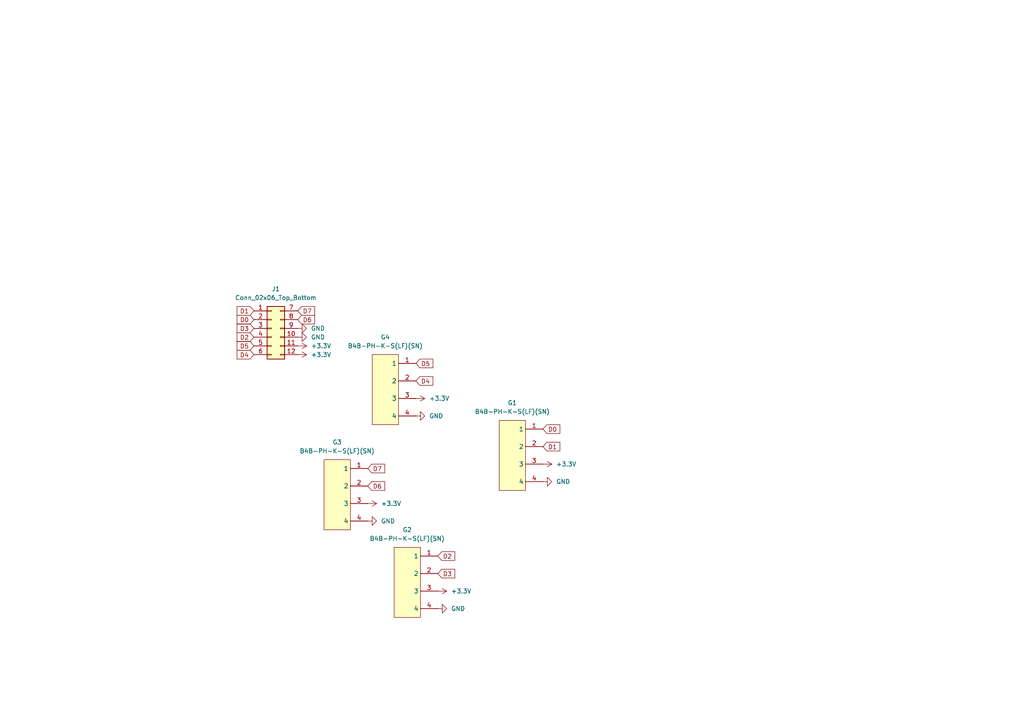
<source format=kicad_sch>
(kicad_sch (version 20250114) (generator "eeschema") (generator_version "9.0")
  (paper "A4")
  (lib_symbols
    (symbol "Connector_Generic:Conn_02x06_Top_Bottom" (pin_names (offset 1.016) (hide yes))
      (property "Reference" "J" (at 1.27 7.62 0))
      (property "Value" "Conn_02x06_Top_Bottom" (at 1.27 -10.16 0))
      (symbol "Conn_02x06_Top_Bottom_1_1"
        (rectangle (start -1.27 6.35) (end 3.81 -8.89) (stroke (width 0.254)) (fill (type background)))
        (rectangle (start -1.27 5.207) (end 0 4.953) (stroke (width 0.1524)))
        (rectangle (start -1.27 2.667) (end 0 2.413) (stroke (width 0.1524)))
        (rectangle (start -1.27 0.127) (end 0 -0.127) (stroke (width 0.1524)))
        (rectangle (start -1.27 -2.413) (end 0 -2.667) (stroke (width 0.1524)))
        (rectangle (start -1.27 -4.953) (end 0 -5.207) (stroke (width 0.1524)))
        (rectangle (start -1.27 -7.493) (end 0 -7.747) (stroke (width 0.1524)))
        (rectangle (start 3.81 5.207) (end 2.54 4.953) (stroke (width 0.1524)))
        (rectangle (start 3.81 2.667) (end 2.54 2.413) (stroke (width 0.1524)))
        (rectangle (start 3.81 0.127) (end 2.54 -0.127) (stroke (width 0.1524)))
        (rectangle (start 3.81 -2.413) (end 2.54 -2.667) (stroke (width 0.1524)))
        (rectangle (start 3.81 -4.953) (end 2.54 -5.207) (stroke (width 0.1524)))
        (rectangle (start 3.81 -7.493) (end 2.54 -7.747) (stroke (width 0.1524)))
        (pin passive line (at -5.08 5.08 0) (length 3.81) (name "Pin_1") (number "1"))
        (pin passive line (at -5.08 2.54 0) (length 3.81) (name "Pin_2") (number "2"))
        (pin passive line (at -5.08 0 0) (length 3.81) (name "Pin_3") (number "3"))
        (pin passive line (at -5.08 -2.54 0) (length 3.81) (name "Pin_4") (number "4"))
        (pin passive line (at -5.08 -5.08 0) (length 3.81) (name "Pin_5") (number "5"))
        (pin passive line (at -5.08 -7.62 0) (length 3.81) (name "Pin_6") (number "6"))
        (pin passive line (at 7.62 5.08 180) (length 3.81) (name "Pin_7") (number "7"))
        (pin passive line (at 7.62 2.54 180) (length 3.81) (name "Pin_8") (number "8"))
        (pin passive line (at 7.62 0 180) (length 3.81) (name "Pin_9") (number "9"))
        (pin passive line (at 7.62 -2.54 180) (length 3.81) (name "Pin_10") (number "10"))
        (pin passive line (at 7.62 -5.08 180) (length 3.81) (name "Pin_11") (number "11"))
        (pin passive line (at 7.62 -7.62 180) (length 3.81) (name "Pin_12") (number "12"))
      )
    )
    (symbol "Grove-like-connector:B4B-PH-K-S(LF)(SN)"
      (property "Reference" "CN" (at 0 12.7 0))
      (property "Value" "B4B-PH-K-S(LF)(SN)" (at 0 -12.7 0))
      (symbol "B4B-PH-K-S(LF)(SN)_0_1"
        (rectangle (start -6.35 10.16) (end 1.27 -10.16) (fill (type background)))
        (pin input line (at 6.35 7.62 180) (length 5.08) (name "1") (number "1"))
        (pin input line (at 6.35 2.54 180) (length 5.08) (name "2") (number "2"))
        (pin input line (at 6.35 -2.54 180) (length 5.08) (name "3") (number "3"))
        (pin input line (at 6.35 -7.62 180) (length 5.08) (name "4") (number "4"))
      )
    )
    (symbol "power:+3.3V" (power) (pin_numbers (hide yes)) (pin_names (offset 0) (hide yes))
      (property "Value" "+3.3V" (at 0 3.556 0))
      (symbol "+3.3V_0_1"
        (polyline (pts (xy -0.762 1.27) (xy 0 2.54)))
        (polyline (pts (xy 0 2.54) (xy 0.762 1.27)))
        (polyline (pts (xy 0 0) (xy 0 2.54)))
      )
      (symbol "+3.3V_1_1"
        (pin power_in line (at 0 0 90) (length 0) (name "~") (number "1"))
      )
    )
    (symbol "power:GND" (power) (pin_numbers (hide yes)) (pin_names (offset 0) (hide yes))
      (property "Value" "GND" (at 0 -3.81 0))
      (symbol "GND_0_1"
        (polyline (pts (xy 0 0) (xy 0 -1.27) (xy 1.27 -1.27) (xy 0 -2.54) (xy -1.27 -1.27) (xy 0 -1.27)))
      )
      (symbol "GND_1_1"
        (pin power_in line (at 0 0 270) (length 0) (name "~") (number "1"))
      )
    )
  )
  (global_label "D1" (shape input) (at 157.48 129.54 0) (property "Intersheetrefs" "${INTERSHEET_REFS}" (effects (hide yes))))
  (global_label "D3" (shape input) (at 73.66 95.25 180) (property "Intersheetrefs" "${INTERSHEET_REFS}" (effects (hide yes))))
  (global_label "D4" (shape input) (at 73.66 102.87 180) (property "Intersheetrefs" "${INTERSHEET_REFS}" (effects (hide yes))))
  (global_label "D3" (shape input) (at 127 166.37 0) (property "Intersheetrefs" "${INTERSHEET_REFS}" (effects (hide yes))))
  (global_label "D2" (shape input) (at 73.66 97.79 180) (property "Intersheetrefs" "${INTERSHEET_REFS}" (effects (hide yes))))
  (global_label "D2" (shape input) (at 127 161.29 0) (property "Intersheetrefs" "${INTERSHEET_REFS}" (effects (hide yes))))
  (global_label "D5" (shape input) (at 120.65 105.41 0) (property "Intersheetrefs" "${INTERSHEET_REFS}" (effects (hide yes))))
  (global_label "D4" (shape input) (at 120.65 110.49 0) (property "Intersheetrefs" "${INTERSHEET_REFS}" (effects (hide yes))))
  (global_label "D5" (shape input) (at 73.66 100.33 180) (property "Intersheetrefs" "${INTERSHEET_REFS}" (effects (hide yes))))
  (global_label "D1" (shape input) (at 73.66 90.17 180) (property "Intersheetrefs" "${INTERSHEET_REFS}" (effects (hide yes))))
  (global_label "D0" (shape input) (at 73.66 92.71 180) (property "Intersheetrefs" "${INTERSHEET_REFS}" (effects (hide yes))))
  (global_label "D6" (shape input) (at 86.36 92.71 0) (property "Intersheetrefs" "${INTERSHEET_REFS}" (effects (hide yes))))
  (global_label "D7" (shape input) (at 106.68 135.89 0) (property "Intersheetrefs" "${INTERSHEET_REFS}" (effects (hide yes))))
  (global_label "D0" (shape input) (at 157.48 124.46 0) (property "Intersheetrefs" "${INTERSHEET_REFS}" (effects (hide yes))))
  (global_label "D6" (shape input) (at 106.68 140.97 0) (property "Intersheetrefs" "${INTERSHEET_REFS}" (effects (hide yes))))
  (global_label "D7" (shape input) (at 86.36 90.17 0) (property "Intersheetrefs" "${INTERSHEET_REFS}" (effects (hide yes))))
  (symbol (lib_id "power:GND") (at 127 176.53 90) (unit 1)
    (property "Reference" "#PWR011" (effects (hide yes)))
    (property "Value" "GND" (at 130.81 176.5299 90) (effects (justify right)))
    (property "Description" "Power symbol creates a global label with name \"GND\" , ground" (effects (hide yes)))
  )
  (symbol (lib_id "power:+3.3V") (at 157.48 134.62 270) (unit 1)
    (property "Reference" "#PWR05" (effects (hide yes)))
    (property "Value" "+3.3V" (at 161.29 134.6199 90) (effects (justify left)))
    (property "Description" "Power symbol creates a global label with name \"+3.3V\"" (effects (hide yes)))
  )
  (symbol (lib_id "power:GND") (at 106.68 151.13 90) (unit 1)
    (property "Reference" "#PWR012" (effects (hide yes)))
    (property "Value" "GND" (at 110.49 151.1299 90) (effects (justify right)))
    (property "Description" "Power symbol creates a global label with name \"GND\" , ground" (effects (hide yes)))
  )
  (symbol (lib_id "power:GND") (at 157.48 139.7 90) (unit 1)
    (property "Reference" "#PWR010" (effects (hide yes)))
    (property "Value" "GND" (at 161.29 139.6999 90) (effects (justify right)))
    (property "Description" "Power symbol creates a global label with name \"GND\" , ground" (effects (hide yes)))
  )
  (symbol (lib_id "power:+3.3V") (at 120.65 115.57 270) (unit 1)
    (property "Reference" "#PWR03" (effects (hide yes)))
    (property "Value" "+3.3V" (at 124.46 115.5699 90) (effects (justify left)))
    (property "Description" "Power symbol creates a global label with name \"+3.3V\"" (effects (hide yes)))
  )
  (symbol (lib_id "power:+3.3V") (at 127 171.45 270) (unit 1)
    (property "Reference" "#PWR06" (effects (hide yes)))
    (property "Value" "+3.3V" (at 130.81 171.4499 90) (effects (justify left)))
    (property "Description" "Power symbol creates a global label with name \"+3.3V\"" (effects (hide yes)))
  )
  (symbol (lib_id "power:GND") (at 86.36 95.25 90) (unit 1)
    (property "Reference" "#PWR08" (effects (hide yes)))
    (property "Value" "GND" (at 90.17 95.2499 90) (effects (justify right)))
    (property "Description" "Power symbol creates a global label with name \"GND\" , ground" (effects (hide yes)))
  )
  (symbol (lib_id "power:GND") (at 86.36 97.79 90) (unit 1)
    (property "Reference" "#PWR07" (effects (hide yes)))
    (property "Value" "GND" (at 90.17 97.7899 90) (effects (justify right)))
    (property "Description" "Power symbol creates a global label with name \"GND\" , ground" (effects (hide yes)))
  )
  (symbol (lib_id "Connector_Generic:Conn_02x06_Top_Bottom") (at 78.74 95.25 0) (unit 1)
    (property "Reference" "J1" (at 80.01 83.82 0))
    (property "Value" "Conn_02x06_Top_Bottom" (at 80.01 86.36 0))
    (property "Footprint" "Connector_PinHeader_2.54mm:PinHeader_2x06_P2.54mm_Vertical" (effects (hide yes)))
    (property "Description" "Generic connector, double row, 02x06, top/bottom pin numbering scheme (row 1: 1...pins_per_row, row2: pins_per_row+1 ... num_pins), script generated (kicad-library-utils/schlib/autogen/connector/)" (effects (hide yes)))
  )
  (symbol (lib_id "Grove-like-connector:B4B-PH-K-S(LF)(SN)") (at 151.13 132.08 0) (unit 1)
    (property "Reference" "G1" (at 148.59 116.84 0))
    (property "Value" "B4B-PH-K-S(LF)(SN)" (at 148.59 119.38 0))
    (property "Footprint" "easyeda2kicad:CONN-TH_B4B-PH-K-S" (effects (hide yes)))
    (property "Datasheet" "https://lcsc.com/product-detail/PH-Connectors_JST_B4B-PH-K-S-LF-SN_B4B-PH-K-S-LF-SN_C131334.html" (effects (hide yes)))
    (property "LCSC Part" "C131334" (effects (hide yes)))
  )
  (symbol (lib_id "power:+3.3V") (at 86.36 102.87 270) (unit 1)
    (property "Reference" "#PWR02" (effects (hide yes)))
    (property "Value" "+3.3V" (at 90.17 102.8699 90) (effects (justify left)))
    (property "Description" "Power symbol creates a global label with name \"+3.3V\"" (effects (hide yes)))
  )
  (symbol (lib_id "power:+3.3V") (at 86.36 100.33 270) (unit 1)
    (property "Reference" "#PWR01" (effects (hide yes)))
    (property "Value" "+3.3V" (at 90.17 100.3299 90) (effects (justify left)))
    (property "Description" "Power symbol creates a global label with name \"+3.3V\"" (effects (hide yes)))
  )
  (symbol (lib_id "Grove-like-connector:B4B-PH-K-S(LF)(SN)") (at 114.3 113.03 0) (unit 1)
    (property "Reference" "G4" (at 111.76 97.79 0))
    (property "Value" "B4B-PH-K-S(LF)(SN)" (at 111.76 100.33 0))
    (property "Footprint" "easyeda2kicad:CONN-TH_B4B-PH-K-S" (effects (hide yes)))
    (property "Datasheet" "https://lcsc.com/product-detail/PH-Connectors_JST_B4B-PH-K-S-LF-SN_B4B-PH-K-S-LF-SN_C131334.html" (effects (hide yes)))
    (property "LCSC Part" "C131334" (effects (hide yes)))
  )
  (symbol (lib_id "power:+3.3V") (at 106.68 146.05 270) (unit 1)
    (property "Reference" "#PWR04" (effects (hide yes)))
    (property "Value" "+3.3V" (at 110.49 146.0499 90) (effects (justify left)))
    (property "Description" "Power symbol creates a global label with name \"+3.3V\"" (effects (hide yes)))
  )
  (symbol (lib_id "Grove-like-connector:B4B-PH-K-S(LF)(SN)") (at 100.33 143.51 0) (unit 1)
    (property "Reference" "G3" (at 97.79 128.27 0))
    (property "Value" "B4B-PH-K-S(LF)(SN)" (at 97.79 130.81 0))
    (property "Footprint" "easyeda2kicad:CONN-TH_B4B-PH-K-S" (effects (hide yes)))
    (property "Datasheet" "https://lcsc.com/product-detail/PH-Connectors_JST_B4B-PH-K-S-LF-SN_B4B-PH-K-S-LF-SN_C131334.html" (effects (hide yes)))
    (property "LCSC Part" "C131334" (effects (hide yes)))
  )
  (symbol (lib_id "power:GND") (at 120.65 120.65 90) (unit 1)
    (property "Reference" "#PWR09" (effects (hide yes)))
    (property "Value" "GND" (at 124.46 120.6499 90) (effects (justify right)))
    (property "Description" "Power symbol creates a global label with name \"GND\" , ground" (effects (hide yes)))
  )
  (symbol (lib_id "Grove-like-connector:B4B-PH-K-S(LF)(SN)") (at 120.65 168.91 0) (unit 1)
    (property "Reference" "G2" (at 118.11 153.67 0))
    (property "Value" "B4B-PH-K-S(LF)(SN)" (at 118.11 156.21 0))
    (property "Footprint" "easyeda2kicad:CONN-TH_B4B-PH-K-S" (effects (hide yes)))
    (property "Datasheet" "https://lcsc.com/product-detail/PH-Connectors_JST_B4B-PH-K-S-LF-SN_B4B-PH-K-S-LF-SN_C131334.html" (effects (hide yes)))
    (property "LCSC Part" "C131334" (effects (hide yes)))
  )
)
</source>
